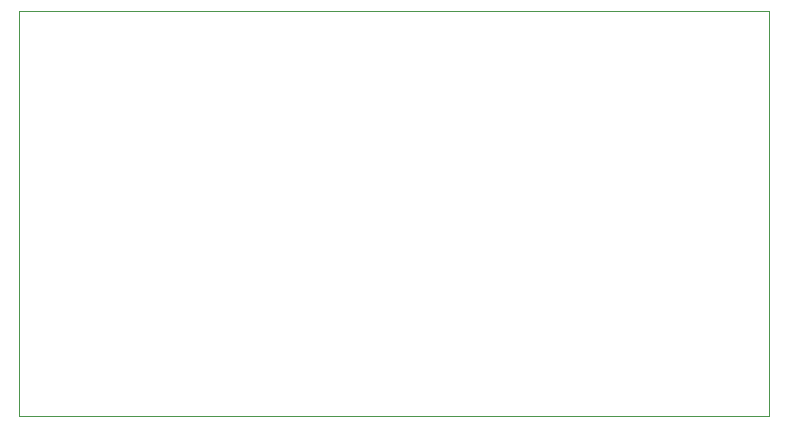
<source format=gbr>
G04 #@! TF.GenerationSoftware,KiCad,Pcbnew,5.1.4*
G04 #@! TF.CreationDate,2019-08-27T08:05:15+02:00*
G04 #@! TF.ProjectId,CS5490_UEXT,43533534-3930-45f5-9545-58542e6b6963,rev?*
G04 #@! TF.SameCoordinates,Original*
G04 #@! TF.FileFunction,Profile,NP*
%FSLAX46Y46*%
G04 Gerber Fmt 4.6, Leading zero omitted, Abs format (unit mm)*
G04 Created by KiCad (PCBNEW 5.1.4) date 2019-08-27 08:05:15*
%MOMM*%
%LPD*%
G04 APERTURE LIST*
%ADD10C,0.050000*%
G04 APERTURE END LIST*
D10*
X93980000Y-80010000D02*
X93980000Y-114300000D01*
X157480000Y-80010000D02*
X93980000Y-80010000D01*
X157480000Y-114300000D02*
X157480000Y-80010000D01*
X93980000Y-114300000D02*
X157480000Y-114300000D01*
M02*

</source>
